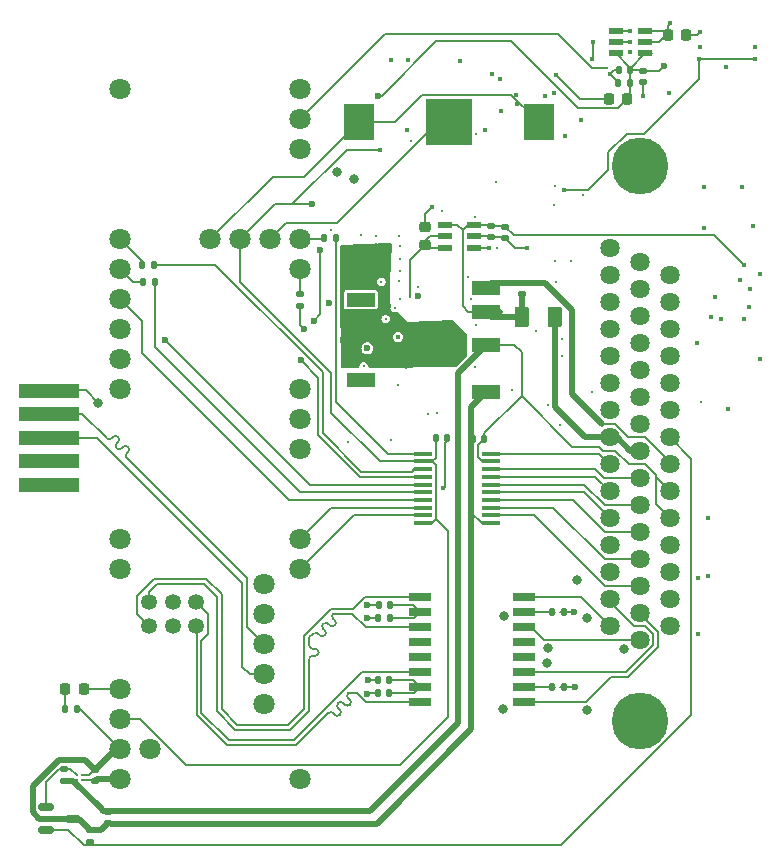
<source format=gtl>
G04 #@! TF.GenerationSoftware,KiCad,Pcbnew,7.0.11*
G04 #@! TF.CreationDate,2024-12-14T07:48:54-05:00*
G04 #@! TF.ProjectId,accessory_v2,61636365-7373-46f7-9279-5f76322e6b69,rev?*
G04 #@! TF.SameCoordinates,Original*
G04 #@! TF.FileFunction,Copper,L1,Top*
G04 #@! TF.FilePolarity,Positive*
%FSLAX46Y46*%
G04 Gerber Fmt 4.6, Leading zero omitted, Abs format (unit mm)*
G04 Created by KiCad (PCBNEW 7.0.11) date 2024-12-14 07:48:54*
%MOMM*%
%LPD*%
G01*
G04 APERTURE LIST*
G04 Aperture macros list*
%AMRoundRect*
0 Rectangle with rounded corners*
0 $1 Rounding radius*
0 $2 $3 $4 $5 $6 $7 $8 $9 X,Y pos of 4 corners*
0 Add a 4 corners polygon primitive as box body*
4,1,4,$2,$3,$4,$5,$6,$7,$8,$9,$2,$3,0*
0 Add four circle primitives for the rounded corners*
1,1,$1+$1,$2,$3*
1,1,$1+$1,$4,$5*
1,1,$1+$1,$6,$7*
1,1,$1+$1,$8,$9*
0 Add four rect primitives between the rounded corners*
20,1,$1+$1,$2,$3,$4,$5,0*
20,1,$1+$1,$4,$5,$6,$7,0*
20,1,$1+$1,$6,$7,$8,$9,0*
20,1,$1+$1,$8,$9,$2,$3,0*%
G04 Aperture macros list end*
G04 #@! TA.AperFunction,SMDPad,CuDef*
%ADD10RoundRect,0.140000X0.140000X0.170000X-0.140000X0.170000X-0.140000X-0.170000X0.140000X-0.170000X0*%
G04 #@! TD*
G04 #@! TA.AperFunction,SMDPad,CuDef*
%ADD11RoundRect,0.140000X-0.170000X0.140000X-0.170000X-0.140000X0.170000X-0.140000X0.170000X0.140000X0*%
G04 #@! TD*
G04 #@! TA.AperFunction,ComponentPad*
%ADD12C,1.638000*%
G04 #@! TD*
G04 #@! TA.AperFunction,ComponentPad*
%ADD13C,4.801000*%
G04 #@! TD*
G04 #@! TA.AperFunction,SMDPad,CuDef*
%ADD14RoundRect,0.051250X-0.733750X-0.153750X0.733750X-0.153750X0.733750X0.153750X-0.733750X0.153750X0*%
G04 #@! TD*
G04 #@! TA.AperFunction,SMDPad,CuDef*
%ADD15RoundRect,0.135000X-0.135000X-0.185000X0.135000X-0.185000X0.135000X0.185000X-0.135000X0.185000X0*%
G04 #@! TD*
G04 #@! TA.AperFunction,SMDPad,CuDef*
%ADD16R,1.200000X0.600000*%
G04 #@! TD*
G04 #@! TA.AperFunction,SMDPad,CuDef*
%ADD17R,3.960000X3.960000*%
G04 #@! TD*
G04 #@! TA.AperFunction,SMDPad,CuDef*
%ADD18R,2.540000X3.170000*%
G04 #@! TD*
G04 #@! TA.AperFunction,SMDPad,CuDef*
%ADD19RoundRect,0.135000X0.185000X-0.135000X0.185000X0.135000X-0.185000X0.135000X-0.185000X-0.135000X0*%
G04 #@! TD*
G04 #@! TA.AperFunction,SMDPad,CuDef*
%ADD20RoundRect,0.150000X-0.512500X-0.150000X0.512500X-0.150000X0.512500X0.150000X-0.512500X0.150000X0*%
G04 #@! TD*
G04 #@! TA.AperFunction,SMDPad,CuDef*
%ADD21R,2.440000X1.200000*%
G04 #@! TD*
G04 #@! TA.AperFunction,SMDPad,CuDef*
%ADD22RoundRect,0.140000X0.170000X-0.140000X0.170000X0.140000X-0.170000X0.140000X-0.170000X-0.140000X0*%
G04 #@! TD*
G04 #@! TA.AperFunction,SMDPad,CuDef*
%ADD23RoundRect,0.225000X0.225000X0.250000X-0.225000X0.250000X-0.225000X-0.250000X0.225000X-0.250000X0*%
G04 #@! TD*
G04 #@! TA.AperFunction,SMDPad,CuDef*
%ADD24RoundRect,0.218750X-0.218750X-0.256250X0.218750X-0.256250X0.218750X0.256250X-0.218750X0.256250X0*%
G04 #@! TD*
G04 #@! TA.AperFunction,SMDPad,CuDef*
%ADD25RoundRect,0.140000X-0.140000X-0.170000X0.140000X-0.170000X0.140000X0.170000X-0.140000X0.170000X0*%
G04 #@! TD*
G04 #@! TA.AperFunction,SMDPad,CuDef*
%ADD26R,1.910000X0.640000*%
G04 #@! TD*
G04 #@! TA.AperFunction,SMDPad,CuDef*
%ADD27R,5.200000X1.250000*%
G04 #@! TD*
G04 #@! TA.AperFunction,SMDPad,CuDef*
%ADD28RoundRect,0.225000X-0.225000X-0.250000X0.225000X-0.250000X0.225000X0.250000X-0.225000X0.250000X0*%
G04 #@! TD*
G04 #@! TA.AperFunction,SMDPad,CuDef*
%ADD29RoundRect,0.225000X0.250000X-0.225000X0.250000X0.225000X-0.250000X0.225000X-0.250000X-0.225000X0*%
G04 #@! TD*
G04 #@! TA.AperFunction,ComponentPad*
%ADD30C,1.800000*%
G04 #@! TD*
G04 #@! TA.AperFunction,ComponentPad*
%ADD31C,1.350000*%
G04 #@! TD*
G04 #@! TA.AperFunction,SMDPad,CuDef*
%ADD32RoundRect,0.250000X-0.375000X-0.625000X0.375000X-0.625000X0.375000X0.625000X-0.375000X0.625000X0*%
G04 #@! TD*
G04 #@! TA.AperFunction,SMDPad,CuDef*
%ADD33RoundRect,0.135000X-0.185000X0.135000X-0.185000X-0.135000X0.185000X-0.135000X0.185000X0.135000X0*%
G04 #@! TD*
G04 #@! TA.AperFunction,SMDPad,CuDef*
%ADD34C,0.230000*%
G04 #@! TD*
G04 #@! TA.AperFunction,ViaPad*
%ADD35C,0.800000*%
G04 #@! TD*
G04 #@! TA.AperFunction,ViaPad*
%ADD36C,0.600000*%
G04 #@! TD*
G04 #@! TA.AperFunction,ViaPad*
%ADD37C,0.450000*%
G04 #@! TD*
G04 #@! TA.AperFunction,ViaPad*
%ADD38C,0.300000*%
G04 #@! TD*
G04 #@! TA.AperFunction,Conductor*
%ADD39C,0.200000*%
G04 #@! TD*
G04 #@! TA.AperFunction,Conductor*
%ADD40C,0.500000*%
G04 #@! TD*
G04 #@! TA.AperFunction,Conductor*
%ADD41C,0.150000*%
G04 #@! TD*
G04 APERTURE END LIST*
D10*
X31780000Y-60410000D03*
X30820000Y-60410000D03*
D11*
X41610000Y-22010000D03*
X41610000Y-22970000D03*
D12*
X50460000Y-55869000D03*
X50460000Y-53583000D03*
X50460000Y-51297000D03*
X50460000Y-49011000D03*
X50460000Y-46725000D03*
X50460000Y-44439000D03*
X50460000Y-42153000D03*
X50460000Y-39867000D03*
X50460000Y-37581000D03*
X50460000Y-35295000D03*
X50460000Y-33009000D03*
X50460000Y-30723000D03*
X50460000Y-28437000D03*
X50460000Y-26151000D03*
X50460000Y-23865000D03*
X53000000Y-57012000D03*
X53000000Y-54726000D03*
X53000000Y-52440000D03*
X53000000Y-50154000D03*
X53000000Y-47868000D03*
X53000000Y-45582000D03*
X53000000Y-43296000D03*
X53000000Y-41010000D03*
X53000000Y-38724000D03*
X53000000Y-36438000D03*
X53000000Y-34152000D03*
X53000000Y-31866000D03*
X53000000Y-29580000D03*
X53000000Y-27294000D03*
X53000000Y-25008000D03*
X55540000Y-55869000D03*
X55540000Y-53583000D03*
X55540000Y-51297000D03*
X55540000Y-49011000D03*
X55540000Y-46725000D03*
X55540000Y-44439000D03*
X55540000Y-42153000D03*
X55540000Y-39867000D03*
X55540000Y-37581000D03*
X55540000Y-35295000D03*
X55540000Y-33009000D03*
X55540000Y-30723000D03*
X55540000Y-28437000D03*
X55540000Y-26151000D03*
D13*
X53000000Y-63895000D03*
X53000000Y-16855000D03*
D14*
X34625000Y-41255000D03*
X34625000Y-41905000D03*
X34625000Y-42555000D03*
X34625000Y-43205000D03*
X34625000Y-43855000D03*
X34625000Y-44505000D03*
X34625000Y-45155000D03*
X34625000Y-45805000D03*
X34625000Y-46455000D03*
X34625000Y-47105000D03*
X40365000Y-47105000D03*
X40365000Y-46455000D03*
X40365000Y-45805000D03*
X40365000Y-45155000D03*
X40365000Y-44505000D03*
X40365000Y-43855000D03*
X40365000Y-43205000D03*
X40365000Y-42555000D03*
X40365000Y-41905000D03*
X40365000Y-41255000D03*
D10*
X52160000Y-8780000D03*
X51200000Y-8780000D03*
X31830000Y-55170000D03*
X30870000Y-55170000D03*
D11*
X40420000Y-21980000D03*
X40420000Y-22940000D03*
D15*
X4330000Y-62870000D03*
X5350000Y-62870000D03*
D16*
X38990000Y-23790000D03*
X38990000Y-22840000D03*
X38990000Y-21890000D03*
X36490000Y-21890000D03*
X36490000Y-22840000D03*
X36490000Y-23790000D03*
D17*
X36810000Y-13190000D03*
D18*
X44430000Y-13190000D03*
X29190000Y-13190000D03*
D19*
X6480000Y-74150000D03*
X6480000Y-73130000D03*
D11*
X6870000Y-68000000D03*
X6870000Y-68960000D03*
D20*
X2715000Y-71200000D03*
X2715000Y-73100000D03*
X4990000Y-72150000D03*
D15*
X10890000Y-26720000D03*
X11910000Y-26720000D03*
D21*
X40010000Y-27210000D03*
X40010000Y-29210000D03*
X40010000Y-32010000D03*
X40010000Y-36010000D03*
X29370000Y-28210000D03*
X29370000Y-35010000D03*
D15*
X45520000Y-54660000D03*
X46540000Y-54660000D03*
D22*
X7950000Y-72550000D03*
X7950000Y-71590000D03*
D16*
X50950000Y-5450000D03*
X50950000Y-6400000D03*
X50950000Y-7350000D03*
X53450000Y-7350000D03*
X53450000Y-6400000D03*
X53450000Y-5450000D03*
D23*
X51925000Y-11220000D03*
X50375000Y-11220000D03*
D22*
X42980000Y-27750000D03*
X42980000Y-26790000D03*
D24*
X4362500Y-61170000D03*
X5937500Y-61170000D03*
D10*
X39830000Y-39980000D03*
X38870000Y-39980000D03*
D25*
X35710000Y-39890000D03*
X36670000Y-39890000D03*
D15*
X26270000Y-22960000D03*
X27290000Y-22960000D03*
X45520000Y-60960000D03*
X46540000Y-60960000D03*
D10*
X52130000Y-9880000D03*
X51170000Y-9880000D03*
D26*
X34385000Y-53395000D03*
X34385000Y-54665000D03*
X34385000Y-55935000D03*
X34385000Y-57205000D03*
X34385000Y-58475000D03*
X34385000Y-59745000D03*
X34385000Y-61015000D03*
X34385000Y-62285000D03*
X43155000Y-62285000D03*
X43155000Y-61015000D03*
X43155000Y-59745000D03*
X43155000Y-58475000D03*
X43155000Y-57205000D03*
X43155000Y-55935000D03*
X43155000Y-54665000D03*
X43155000Y-53395000D03*
D27*
X3000000Y-35975000D03*
X3000000Y-37875000D03*
X3000000Y-39875000D03*
X3000000Y-41875000D03*
X3000000Y-43875000D03*
D11*
X53230000Y-8850000D03*
X53230000Y-9810000D03*
D28*
X55355000Y-5790000D03*
X56905000Y-5790000D03*
D15*
X10850000Y-25270000D03*
X11870000Y-25270000D03*
D29*
X34800000Y-23595000D03*
X34800000Y-22045000D03*
D10*
X31790000Y-61540000D03*
X30830000Y-61540000D03*
X31840000Y-54090000D03*
X30880000Y-54090000D03*
D30*
X8980000Y-63720000D03*
X19140000Y-23080000D03*
X21170000Y-62450000D03*
X24220000Y-51020000D03*
X24220000Y-48480000D03*
X24220000Y-40860000D03*
X24220000Y-38320000D03*
X24220000Y-35780000D03*
X8980000Y-35780000D03*
X8980000Y-48480000D03*
X8980000Y-51020000D03*
X8980000Y-61180000D03*
X24220000Y-25620000D03*
X24220000Y-23080000D03*
X24220000Y-15460000D03*
X24220000Y-12920000D03*
X24220000Y-10380000D03*
X8980000Y-10380000D03*
X8980000Y-23080000D03*
X8980000Y-25620000D03*
X8980000Y-28160000D03*
X8980000Y-30700000D03*
X21170000Y-57370000D03*
X21170000Y-59910000D03*
X24220000Y-68800000D03*
X8980000Y-33240000D03*
X8980000Y-66260000D03*
X16600000Y-23080000D03*
D31*
X13430000Y-53830000D03*
X13430000Y-55830000D03*
X11430000Y-55830000D03*
X11430000Y-53830000D03*
X15430000Y-53830000D03*
X15430000Y-55830000D03*
D30*
X21170000Y-54830000D03*
X21170000Y-52290000D03*
X21680000Y-23080000D03*
X8980000Y-68800000D03*
X11520000Y-66260000D03*
D19*
X4230000Y-68920000D03*
X4230000Y-67900000D03*
D32*
X42990000Y-29630000D03*
X45790000Y-29630000D03*
D33*
X24240000Y-27740000D03*
X24240000Y-28760000D03*
D34*
X5760000Y-68890002D03*
X5359998Y-68890002D03*
X5760000Y-68490000D03*
X5359998Y-68490000D03*
D35*
X51670000Y-57750000D03*
X45110000Y-59000000D03*
X48520000Y-55130000D03*
X47680000Y-51920000D03*
X41480000Y-54970000D03*
X48530000Y-62980000D03*
X41440000Y-62870000D03*
X45190000Y-57720000D03*
D36*
X30840000Y-10940000D03*
D37*
X57895000Y-51810000D03*
X57895000Y-56530000D03*
D36*
X55050000Y-8405000D03*
D35*
X7150000Y-36960000D03*
D38*
X32230000Y-28910000D03*
X33560000Y-28000000D03*
D37*
X32520000Y-31350000D03*
X61840000Y-25270000D03*
D38*
X30660000Y-23520000D03*
X36270000Y-20720000D03*
X47210000Y-24950000D03*
D36*
X29890000Y-55170000D03*
D38*
X38440000Y-26270000D03*
X32620000Y-26630000D03*
D37*
X42590000Y-11620000D03*
X58100000Y-5520000D03*
D38*
X46440000Y-32950000D03*
D37*
X40220000Y-23820000D03*
D38*
X48910000Y-36060000D03*
D37*
X53240000Y-10920000D03*
D38*
X48170000Y-19350000D03*
D37*
X62600000Y-21940000D03*
D38*
X39160000Y-14140000D03*
D37*
X33300000Y-13840000D03*
X60500000Y-37430000D03*
D38*
X29400000Y-23790000D03*
D37*
X58390000Y-22100000D03*
D38*
X39120000Y-30370000D03*
D37*
X52160000Y-6430000D03*
X52140000Y-5470000D03*
X63170000Y-26020000D03*
D38*
X45900000Y-26680000D03*
D37*
X59860000Y-29850000D03*
D38*
X46420000Y-31510000D03*
D37*
X35430000Y-20340000D03*
X42550000Y-10870000D03*
X59030000Y-29670000D03*
D38*
X35100000Y-37910000D03*
X29230000Y-25880000D03*
X28870000Y-32790000D03*
D36*
X27890000Y-31640000D03*
D38*
X28270000Y-40280000D03*
D37*
X41158404Y-9533598D03*
D36*
X29890000Y-54090000D03*
X29950000Y-60410000D03*
D38*
X29400000Y-24820000D03*
X32670000Y-23650000D03*
D37*
X61835000Y-29840000D03*
X31970000Y-7930000D03*
D38*
X30660000Y-22820000D03*
D36*
X29930000Y-61560000D03*
D38*
X31890000Y-40110000D03*
X40830000Y-18240000D03*
D37*
X58070000Y-6780000D03*
D38*
X46280000Y-38800000D03*
D36*
X34250000Y-27880000D03*
D37*
X62750000Y-6810000D03*
X36335000Y-44185000D03*
X52140000Y-7240000D03*
X45940000Y-9205000D03*
X50490000Y-9120000D03*
D38*
X42150000Y-35840000D03*
X32690000Y-24750000D03*
D37*
X41220000Y-12230000D03*
D38*
X40920000Y-23800000D03*
D37*
X40470000Y-9085000D03*
D38*
X32720000Y-25760000D03*
D36*
X26670000Y-28510000D03*
D37*
X63150000Y-33200000D03*
D38*
X58140000Y-36880000D03*
D37*
X61480000Y-26500000D03*
D38*
X32630000Y-22790000D03*
D37*
X37800000Y-8035000D03*
D35*
X27370000Y-17420000D03*
D37*
X33390000Y-7940000D03*
X45720000Y-10668000D03*
D38*
X45720000Y-20190000D03*
D37*
X60260000Y-8540000D03*
D38*
X30660000Y-24250000D03*
X33190000Y-34000000D03*
D37*
X43440000Y-23790000D03*
D36*
X47420000Y-54660000D03*
D37*
X39900000Y-13870000D03*
D35*
X28810000Y-18020000D03*
D37*
X57810000Y-31850000D03*
X55496232Y-10666232D03*
X59390000Y-27940000D03*
D36*
X47480000Y-61000000D03*
D38*
X26890000Y-22270000D03*
X29380000Y-22700000D03*
X30190000Y-25900000D03*
D36*
X29950000Y-31030000D03*
D37*
X44958000Y-10922000D03*
D38*
X34220000Y-27100000D03*
X37550000Y-33210000D03*
D37*
X55570000Y-4800000D03*
D38*
X31470000Y-29840000D03*
D37*
X48958768Y-7841232D03*
X58730000Y-51630000D03*
X48006000Y-12954000D03*
X58780000Y-46680000D03*
X49022000Y-6350000D03*
X30988000Y-15494000D03*
D36*
X25250000Y-20090000D03*
D37*
X58470000Y-18690000D03*
X61610000Y-18680000D03*
X46640000Y-14375000D03*
D38*
X39000000Y-21200000D03*
X45820000Y-24970000D03*
D37*
X62320000Y-27320000D03*
D38*
X45180000Y-37160000D03*
D37*
X58040000Y-7810000D03*
D36*
X29924000Y-32330000D03*
D38*
X29620000Y-33830000D03*
D37*
X62220000Y-28860000D03*
X62740000Y-7820000D03*
D38*
X45790000Y-18580000D03*
X44190000Y-30830000D03*
X32480000Y-35430000D03*
X35830000Y-37760000D03*
X39050000Y-33940000D03*
D37*
X46540000Y-18880000D03*
D38*
X38680000Y-28170000D03*
D36*
X12830000Y-31620000D03*
X25430000Y-29980000D03*
X25940000Y-24000000D03*
D38*
X33640000Y-14730000D03*
X31120000Y-26670000D03*
D36*
X24280000Y-33350000D03*
X24540000Y-30670000D03*
D38*
X50180000Y-8560000D03*
X32675000Y-28175000D03*
D39*
X35752463Y-6320000D02*
X31132463Y-10940000D01*
X39830000Y-39980000D02*
X39830000Y-39520000D01*
X53415505Y-42129000D02*
X52049000Y-42129000D01*
X54350000Y-43063495D02*
X53415505Y-42129000D01*
X39629336Y-41905000D02*
X40365000Y-41905000D01*
D40*
X37580000Y-34440000D02*
X37580000Y-64040000D01*
D39*
X49879000Y-40986000D02*
X49533000Y-40640000D01*
X52160000Y-8780000D02*
X52160000Y-8640000D01*
X54350000Y-43249000D02*
X54350000Y-43063495D01*
X52049000Y-42129000D02*
X50906000Y-40986000D01*
X52130000Y-8810000D02*
X52160000Y-8780000D01*
X42114463Y-6320000D02*
X35752463Y-6320000D01*
X39830000Y-39520000D02*
X43000000Y-36350000D01*
D40*
X4990967Y-68920000D02*
X4230000Y-68920000D01*
D39*
X42340000Y-32010000D02*
X40010000Y-32010000D01*
X49533000Y-40640000D02*
X47290000Y-40640000D01*
X55540000Y-44439000D02*
X54350000Y-43249000D01*
X47789463Y-11995000D02*
X42114463Y-6320000D01*
D40*
X40010000Y-32010000D02*
X37580000Y-34440000D01*
D39*
X39830000Y-39980000D02*
X39280000Y-40530000D01*
D40*
X37580000Y-64040000D02*
X30140000Y-71480000D01*
D39*
X54350000Y-45535000D02*
X55540000Y-46725000D01*
X43000000Y-36350000D02*
X43000000Y-32670000D01*
X31132463Y-10940000D02*
X30840000Y-10940000D01*
X55050000Y-8405000D02*
X54895735Y-8250735D01*
X50906000Y-40986000D02*
X49879000Y-40986000D01*
X54605000Y-8850000D02*
X55050000Y-8405000D01*
X43000000Y-32670000D02*
X42340000Y-32010000D01*
X53160000Y-8780000D02*
X53230000Y-8850000D01*
X52160000Y-8560000D02*
X50950000Y-7350000D01*
X52130000Y-9880000D02*
X52130000Y-11520000D01*
X52160000Y-8640000D02*
X53450000Y-7350000D01*
X51150000Y-11995000D02*
X47789463Y-11995000D01*
D40*
X7540000Y-71480000D02*
X7340000Y-71280000D01*
X7340000Y-71280000D02*
X7340000Y-71269033D01*
D39*
X54350000Y-43249000D02*
X54350000Y-45535000D01*
X52130000Y-9880000D02*
X52130000Y-8810000D01*
X53995000Y-7350000D02*
X53450000Y-7350000D01*
X52160000Y-8780000D02*
X52160000Y-8560000D01*
X39280000Y-41555664D02*
X39629336Y-41905000D01*
D40*
X7340000Y-71269033D02*
X4990967Y-68920000D01*
D39*
X47290000Y-40640000D02*
X43000000Y-36350000D01*
X53230000Y-8850000D02*
X54605000Y-8850000D01*
X39280000Y-40530000D02*
X39280000Y-41555664D01*
D40*
X30140000Y-71480000D02*
X7540000Y-71480000D01*
D39*
X52160000Y-8780000D02*
X53160000Y-8780000D01*
X51925000Y-11220000D02*
X51150000Y-11995000D01*
X36810000Y-13190000D02*
X35880000Y-13190000D01*
X35880000Y-13190000D02*
X27330000Y-21740000D01*
X23020000Y-21740000D02*
X21680000Y-23080000D01*
X27330000Y-21740000D02*
X23020000Y-21740000D01*
X7150000Y-36960000D02*
X6065000Y-35875000D01*
X6065000Y-35875000D02*
X3000000Y-35875000D01*
X35210000Y-22840000D02*
X36490000Y-22840000D01*
X34800000Y-23250000D02*
X35210000Y-22840000D01*
X34800000Y-23595000D02*
X34800000Y-23250000D01*
X34995000Y-23790000D02*
X34800000Y-23595000D01*
X33560000Y-24835000D02*
X33560000Y-28000000D01*
X34800000Y-23595000D02*
X33560000Y-24835000D01*
X36490000Y-23790000D02*
X34995000Y-23790000D01*
X33860000Y-61540000D02*
X34385000Y-61015000D01*
X31780000Y-60410000D02*
X33780000Y-60410000D01*
X33780000Y-60410000D02*
X34385000Y-61015000D01*
X31790000Y-61540000D02*
X33860000Y-61540000D01*
X31830000Y-55170000D02*
X33880000Y-55170000D01*
X31840000Y-54090000D02*
X33810000Y-54090000D01*
X33810000Y-54090000D02*
X34385000Y-54665000D01*
X33880000Y-55170000D02*
X34385000Y-54665000D01*
X4362500Y-61170000D02*
X4362500Y-62837500D01*
X4362500Y-62837500D02*
X4330000Y-62870000D01*
X5947500Y-61180000D02*
X5937500Y-61170000D01*
X8980000Y-61180000D02*
X5947500Y-61180000D01*
X40010000Y-29210000D02*
X38440000Y-29210000D01*
D40*
X42990000Y-29630000D02*
X40430000Y-29630000D01*
D39*
X37986000Y-22344000D02*
X37532000Y-21890000D01*
X40420000Y-21980000D02*
X41580000Y-21980000D01*
D40*
X42990000Y-29630000D02*
X42990000Y-27790000D01*
D39*
X59316000Y-22746000D02*
X42346000Y-22746000D01*
D40*
X41170000Y-29210000D02*
X40010000Y-29210000D01*
D39*
X37986000Y-22344000D02*
X38440000Y-21890000D01*
X61840000Y-25270000D02*
X59316000Y-22746000D01*
X38440000Y-21890000D02*
X38990000Y-21890000D01*
X37532000Y-21890000D02*
X36490000Y-21890000D01*
X40330000Y-21890000D02*
X40420000Y-21980000D01*
X38440000Y-29210000D02*
X37986000Y-28756000D01*
X42346000Y-22746000D02*
X41610000Y-22010000D01*
X41580000Y-21980000D02*
X41610000Y-22010000D01*
D40*
X40430000Y-29630000D02*
X40010000Y-29210000D01*
D39*
X42980000Y-27780000D02*
X42990000Y-27790000D01*
X37986000Y-28756000D02*
X37986000Y-22344000D01*
X38990000Y-21890000D02*
X40330000Y-21890000D01*
D40*
X6050000Y-67180000D02*
X3798944Y-67180000D01*
D41*
X6380000Y-68490000D02*
X6870000Y-68000000D01*
D39*
X46280000Y-60960000D02*
X47440000Y-60960000D01*
X40420000Y-22940000D02*
X41580000Y-22940000D01*
X29950000Y-61540000D02*
X30830000Y-61540000D01*
X40190000Y-23790000D02*
X40220000Y-23820000D01*
X29190000Y-13190000D02*
X32250000Y-13190000D01*
X45940000Y-9205000D02*
X47955000Y-11220000D01*
D40*
X4990000Y-72150000D02*
X5500000Y-72150000D01*
D39*
X51170000Y-9880000D02*
X51170000Y-9800000D01*
X5350000Y-62870000D02*
X5590000Y-62870000D01*
X50950000Y-6400000D02*
X52130000Y-6400000D01*
D40*
X5500000Y-72150000D02*
X6480000Y-73130000D01*
D39*
X50830000Y-8780000D02*
X50490000Y-9120000D01*
X42110000Y-10870000D02*
X44430000Y-13190000D01*
X29930000Y-61560000D02*
X29950000Y-61540000D01*
D40*
X1602500Y-69376444D02*
X1602500Y-71612500D01*
X8980000Y-66260000D02*
X8610000Y-66260000D01*
D39*
X57830000Y-5790000D02*
X58100000Y-5520000D01*
X42430000Y-23790000D02*
X43440000Y-23790000D01*
X46280000Y-54660000D02*
X47420000Y-54660000D01*
X47955000Y-11220000D02*
X50375000Y-11220000D01*
X32250000Y-13190000D02*
X34570000Y-10870000D01*
X53230000Y-9810000D02*
X53230000Y-10910000D01*
X21900000Y-17780000D02*
X16600000Y-23080000D01*
X52120000Y-5450000D02*
X52140000Y-5470000D01*
X29890000Y-54090000D02*
X30880000Y-54090000D01*
D40*
X30720000Y-72570000D02*
X8260000Y-72570000D01*
D39*
X51200000Y-8780000D02*
X50830000Y-8780000D01*
D40*
X1602500Y-71612500D02*
X2140000Y-72150000D01*
D39*
X36680000Y-40090000D02*
X36470000Y-40300000D01*
D40*
X3798944Y-67180000D02*
X1602500Y-69376444D01*
D39*
X38990000Y-22840000D02*
X40320000Y-22840000D01*
X40320000Y-22840000D02*
X40420000Y-22940000D01*
X53230000Y-10910000D02*
X53240000Y-10920000D01*
X36470000Y-40300000D02*
X36470000Y-44050000D01*
D40*
X2140000Y-72150000D02*
X4990000Y-72150000D01*
D39*
X41580000Y-22940000D02*
X41610000Y-22970000D01*
X36470000Y-44050000D02*
X36335000Y-44185000D01*
X34800000Y-22045000D02*
X34800000Y-20970000D01*
D40*
X6480000Y-73130000D02*
X7370000Y-73130000D01*
X38730000Y-64560000D02*
X30720000Y-72570000D01*
D39*
X5590000Y-62870000D02*
X8980000Y-66260000D01*
D40*
X38730000Y-37290000D02*
X38730000Y-64560000D01*
D39*
X34800000Y-20970000D02*
X35430000Y-20340000D01*
X52130000Y-6400000D02*
X52160000Y-6430000D01*
X24600000Y-17780000D02*
X21900000Y-17780000D01*
X41610000Y-22970000D02*
X42430000Y-23790000D01*
D40*
X6870000Y-68000000D02*
X6050000Y-67180000D01*
D39*
X50950000Y-5450000D02*
X52120000Y-5450000D01*
X29950000Y-60410000D02*
X30820000Y-60410000D01*
X40365000Y-47105000D02*
X39595000Y-47105000D01*
X56905000Y-5790000D02*
X57830000Y-5790000D01*
D40*
X8610000Y-66260000D02*
X6870000Y-68000000D01*
D39*
X29890000Y-55170000D02*
X30870000Y-55170000D01*
X34570000Y-10870000D02*
X42110000Y-10870000D01*
X29190000Y-13190000D02*
X24600000Y-17780000D01*
X51170000Y-9800000D02*
X50490000Y-9120000D01*
X38990000Y-23790000D02*
X40190000Y-23790000D01*
D40*
X40010000Y-36010000D02*
X38730000Y-37290000D01*
X7370000Y-73130000D02*
X7950000Y-72550000D01*
D39*
X39595000Y-47105000D02*
X38730000Y-46240000D01*
X47440000Y-60960000D02*
X47480000Y-61000000D01*
D41*
X5760000Y-68490000D02*
X6380000Y-68490000D01*
D39*
X55355000Y-5015000D02*
X55570000Y-4800000D01*
X55240000Y-5790000D02*
X55355000Y-5790000D01*
X54610000Y-6400000D02*
X54620000Y-6410000D01*
X54620000Y-6410000D02*
X55240000Y-5790000D01*
X55355000Y-5790000D02*
X55355000Y-5015000D01*
X55015000Y-5450000D02*
X55355000Y-5790000D01*
X53450000Y-6400000D02*
X54610000Y-6400000D01*
X53450000Y-5450000D02*
X55015000Y-5450000D01*
X31025000Y-41905000D02*
X31020000Y-41900000D01*
X14547057Y-67590000D02*
X10677057Y-63720000D01*
X25260000Y-20090000D02*
X25250000Y-20090000D01*
X35710000Y-42205001D02*
X35409999Y-41905000D01*
X36720000Y-47814999D02*
X36720000Y-63550000D01*
X23588000Y-20100000D02*
X22120000Y-20100000D01*
X26890000Y-37770000D02*
X26890000Y-34450000D01*
X34625000Y-41905000D02*
X31025000Y-41905000D01*
X35710000Y-46804999D02*
X36720000Y-47814999D01*
X34625000Y-47105000D02*
X35409999Y-47105000D01*
X10677057Y-63720000D02*
X8980000Y-63720000D01*
X35409999Y-47105000D02*
X35710000Y-46804999D01*
X19140000Y-26700000D02*
X19140000Y-23080000D01*
X22120000Y-20100000D02*
X19140000Y-23080000D01*
X35720000Y-41594999D02*
X35720000Y-40090000D01*
X49022000Y-7778000D02*
X48958768Y-7841232D01*
X36720000Y-63550000D02*
X32680000Y-67590000D01*
X25270000Y-20100000D02*
X22120000Y-20100000D01*
X28194000Y-15494000D02*
X23588000Y-20100000D01*
X32680000Y-67590000D02*
X14547057Y-67590000D01*
X26890000Y-34450000D02*
X19140000Y-26700000D01*
X30988000Y-15494000D02*
X28194000Y-15494000D01*
X49022000Y-6350000D02*
X49022000Y-7778000D01*
X31020000Y-41900000D02*
X26890000Y-37770000D01*
X35409999Y-41905000D02*
X35720000Y-41594999D01*
X35409999Y-41905000D02*
X34625000Y-41905000D01*
X25270000Y-20100000D02*
X25260000Y-20090000D01*
X35710000Y-46804999D02*
X35710000Y-42205001D01*
X51881416Y-14154500D02*
X50299500Y-15736416D01*
X53375500Y-14154500D02*
X51881416Y-14154500D01*
X50299500Y-17230500D02*
X48650000Y-18880000D01*
X48650000Y-18880000D02*
X46540000Y-18880000D01*
X50299500Y-15736416D02*
X50299500Y-17230500D01*
X58050000Y-7820000D02*
X58040000Y-7810000D01*
X58040000Y-9490000D02*
X53375500Y-14154500D01*
X62740000Y-7820000D02*
X58050000Y-7820000D01*
X58040000Y-7810000D02*
X58040000Y-9490000D01*
D41*
X6800002Y-68890002D02*
X6870000Y-68960000D01*
X5760000Y-68890002D02*
X6800002Y-68890002D01*
D40*
X8980000Y-68800000D02*
X7030000Y-68800000D01*
X7030000Y-68800000D02*
X6870000Y-68960000D01*
D39*
X10850000Y-24950001D02*
X10850000Y-25270000D01*
X8980000Y-23080000D02*
X10850000Y-24950001D01*
X25065000Y-43855000D02*
X12830000Y-31620000D01*
X34625000Y-43855000D02*
X25065000Y-43855000D01*
X23320000Y-45180000D02*
X10830000Y-32690000D01*
X10830000Y-32690000D02*
X10830000Y-30010000D01*
X34600000Y-45180000D02*
X23320000Y-45180000D01*
X34625000Y-45155000D02*
X34600000Y-45180000D01*
X10830000Y-30010000D02*
X8980000Y-28160000D01*
X25960000Y-29450000D02*
X25430000Y-29980000D01*
X25960000Y-24020000D02*
X25960000Y-29450000D01*
X25940000Y-24000000D02*
X25960000Y-24020000D01*
X8396185Y-39833962D02*
X8289705Y-39940441D01*
X9244701Y-40682504D02*
X9138234Y-40788970D01*
X5800000Y-37875000D02*
X3000000Y-37875000D01*
X8713970Y-40364706D02*
X8713971Y-40364706D01*
X19730000Y-51805000D02*
X9562500Y-41637500D01*
X21170000Y-57370000D02*
X19730000Y-55930000D01*
X9562499Y-41213235D02*
X9562500Y-41213235D01*
X8713971Y-40364706D02*
X8820450Y-40258226D01*
X7865441Y-39940441D02*
X7865442Y-39940442D01*
X8396185Y-39833961D02*
X8396185Y-39833962D01*
X19730000Y-55930000D02*
X19730000Y-51805000D01*
X7865442Y-39940442D02*
X5800000Y-37875000D01*
X8713970Y-40788970D02*
X8713971Y-40788971D01*
X9244701Y-40682503D02*
X9244701Y-40682504D01*
X9562500Y-41213235D02*
X9668966Y-41106768D01*
X8713971Y-40788969D02*
G75*
G03*
X9138233Y-40788969I212131J212131D01*
G01*
X8820432Y-39833980D02*
G75*
G03*
X8396186Y-39833962I-212132J-212120D01*
G01*
X8713972Y-40364708D02*
G75*
G03*
X8713971Y-40788971I212128J-212132D01*
G01*
X9668932Y-40682538D02*
G75*
G03*
X9244702Y-40682504I-212132J-212062D01*
G01*
X8820455Y-40258231D02*
G75*
G03*
X8820449Y-39833963I-212155J212131D01*
G01*
X7865442Y-39940440D02*
G75*
G03*
X8289704Y-39940440I212131J212131D01*
G01*
X9668970Y-41106772D02*
G75*
G03*
X9668966Y-40682504I-212140J212132D01*
G01*
X9562502Y-41213238D02*
G75*
G03*
X9562500Y-41637500I212128J-212132D01*
G01*
X21170000Y-59910000D02*
X19950000Y-59910000D01*
X19330000Y-52180000D02*
X7025000Y-39875000D01*
X19950000Y-59910000D02*
X19330000Y-59290000D01*
X7025000Y-39875000D02*
X3000000Y-39875000D01*
X19330000Y-59290000D02*
X19330000Y-52180000D01*
X43790000Y-55935000D02*
X44867000Y-57012000D01*
X43155000Y-55935000D02*
X43790000Y-55935000D01*
X44867000Y-57012000D02*
X53000000Y-57012000D01*
X47986000Y-53395000D02*
X50460000Y-55869000D01*
X43155000Y-53395000D02*
X47986000Y-53395000D01*
X53000000Y-54726000D02*
X53000000Y-54854315D01*
X53590686Y-55445000D02*
X54519000Y-56373315D01*
X54519000Y-57641191D02*
X52015190Y-60145000D01*
X54519000Y-56373315D02*
X54519000Y-57641191D01*
X53000000Y-54854315D02*
X52555748Y-55298567D01*
X53590686Y-55316686D02*
X53000000Y-54726000D01*
X50585000Y-60145000D02*
X48480000Y-62250000D01*
X53590686Y-55445000D02*
X53590686Y-55316686D01*
X52015190Y-60145000D02*
X50585000Y-60145000D01*
X48480000Y-62250000D02*
X43190000Y-62250000D01*
X43190000Y-62250000D02*
X43155000Y-62285000D01*
X54119000Y-56539000D02*
X53425000Y-55845000D01*
X54119000Y-57475505D02*
X54119000Y-56539000D01*
X53425000Y-55845000D02*
X52536495Y-55845000D01*
X52536495Y-55845000D02*
X50460000Y-53768505D01*
X50460000Y-53768505D02*
X50460000Y-53583000D01*
X51849505Y-59745000D02*
X54119000Y-57475505D01*
X43155000Y-59745000D02*
X51849505Y-59745000D01*
X45725000Y-61015000D02*
X45780000Y-60960000D01*
X43155000Y-61015000D02*
X45725000Y-61015000D01*
X43155000Y-54665000D02*
X45775000Y-54665000D01*
X45775000Y-54665000D02*
X45780000Y-54660000D01*
X26860000Y-54380000D02*
X28751471Y-54380000D01*
X23230000Y-64210000D02*
X24600000Y-62840000D01*
X24600000Y-62840000D02*
X24600000Y-56640000D01*
X28751471Y-54380000D02*
X29736471Y-53395000D01*
X11870000Y-51840000D02*
X16290000Y-51840000D01*
X18910000Y-64210000D02*
X23230000Y-64210000D01*
X17600000Y-62900000D02*
X18910000Y-64210000D01*
X29736471Y-53395000D02*
X34385000Y-53395000D01*
X24600000Y-56640000D02*
X26860000Y-54380000D01*
X10455000Y-54855000D02*
X10455000Y-53255000D01*
X11430000Y-55830000D02*
X10455000Y-54855000D01*
X16290000Y-51840000D02*
X17600000Y-53150000D01*
X17600000Y-53150000D02*
X17600000Y-62900000D01*
X10455000Y-53255000D02*
X11870000Y-51840000D01*
X25000000Y-63005685D02*
X23385686Y-64620000D01*
X26177155Y-56052796D02*
X26322680Y-56198321D01*
X34385000Y-55935000D02*
X29806471Y-55935000D01*
X27025685Y-55204266D02*
X27171197Y-55349778D01*
X26177156Y-56052796D02*
X26177155Y-56052796D01*
X27171198Y-55774042D02*
X27171197Y-55774044D01*
X25328627Y-56477060D02*
X25000000Y-56805686D01*
X11430000Y-52920000D02*
X11430000Y-53830000D01*
X27025686Y-55204266D02*
X27025685Y-55204266D01*
X25000000Y-60505686D02*
X25000000Y-63005685D01*
X25000000Y-56805686D02*
X25000000Y-57455686D01*
X25000000Y-58655686D02*
X25000000Y-60505686D01*
X26177158Y-55628532D02*
X26177156Y-55628530D01*
X18754314Y-64620000D02*
X17200000Y-63065685D01*
X12110000Y-52240000D02*
X11430000Y-52920000D01*
X17200000Y-53350000D02*
X16090000Y-52240000D01*
X26177157Y-55628532D02*
X26177158Y-55628532D01*
X25898417Y-56622585D02*
X25752893Y-56477061D01*
X28651471Y-54780000D02*
X27025686Y-54780000D01*
X26746933Y-55774044D02*
X26601422Y-55628533D01*
X27171198Y-55774043D02*
X27171198Y-55774042D01*
X26322680Y-56622585D02*
X26322681Y-56622585D01*
X25328629Y-56477061D02*
X25328627Y-56477060D01*
X17200000Y-63065685D02*
X17200000Y-53350000D01*
X25505810Y-58355686D02*
X25300000Y-58355686D01*
X23385686Y-64620000D02*
X18754314Y-64620000D01*
X29806471Y-55935000D02*
X28651471Y-54780000D01*
X25300000Y-57755686D02*
X25505810Y-57755686D01*
X16090000Y-52240000D02*
X12110000Y-52240000D01*
X27171187Y-55774032D02*
G75*
G03*
X27171197Y-55349778I-212087J212132D01*
G01*
X26746934Y-55774043D02*
G75*
G03*
X27171196Y-55774043I212131J212131D01*
G01*
X26177194Y-55628568D02*
G75*
G03*
X26177157Y-56052795I212106J-212132D01*
G01*
X25805814Y-58055686D02*
G75*
G03*
X25505810Y-57755686I-300014J-14D01*
G01*
X25505810Y-58355710D02*
G75*
G03*
X25805810Y-58055686I-10J300010D01*
G01*
X27025653Y-54779967D02*
G75*
G03*
X27025686Y-55204266I212147J-212133D01*
G01*
X25300000Y-58355700D02*
G75*
G03*
X25000000Y-58655686I0J-300000D01*
G01*
X25000014Y-57455686D02*
G75*
G03*
X25300000Y-57755686I299986J-14D01*
G01*
X26601433Y-55628522D02*
G75*
G03*
X26177157Y-55628532I-212133J-212178D01*
G01*
X25752892Y-56477062D02*
G75*
G03*
X25328630Y-56477062I-212131J-212131D01*
G01*
X25898418Y-56622584D02*
G75*
G03*
X26322680Y-56622584I212131J212131D01*
G01*
X26322727Y-56622632D02*
G75*
G03*
X26322680Y-56198321I-212227J212132D01*
G01*
X15880000Y-63170000D02*
X18200000Y-65490000D01*
X15880000Y-57070000D02*
X15880000Y-63170000D01*
X16405000Y-54805000D02*
X16405000Y-56545000D01*
X16405000Y-56545000D02*
X15880000Y-57070000D01*
X23754314Y-65490000D02*
X29499314Y-59745000D01*
X18200000Y-65490000D02*
X23754314Y-65490000D01*
X29499314Y-59745000D02*
X34385000Y-59745000D01*
X15430000Y-53830000D02*
X16405000Y-54805000D01*
X27174134Y-63353988D02*
X27027207Y-63207061D01*
X26602941Y-63207060D02*
X23920000Y-65890000D01*
X18034315Y-65890000D02*
X15480000Y-63335686D01*
X28022664Y-62505458D02*
X27875737Y-62358531D01*
X28299999Y-61934266D02*
X28446927Y-62081194D01*
X27598397Y-63353988D02*
X27598398Y-63353988D01*
X34385000Y-62285000D02*
X29806471Y-62285000D01*
X27451469Y-62782796D02*
X27598397Y-62929724D01*
X26602943Y-63207061D02*
X26602941Y-63207060D01*
X27451470Y-62782796D02*
X27451469Y-62782796D01*
X15480000Y-63335686D02*
X15480000Y-55880000D01*
X23920000Y-65890000D02*
X18034315Y-65890000D01*
X15480000Y-55880000D02*
X15430000Y-55830000D01*
X27451471Y-62358530D02*
X27451470Y-62358530D01*
X29806471Y-62285000D02*
X29031471Y-61510000D01*
X28300000Y-61934266D02*
X28299999Y-61934266D01*
X28446927Y-62505458D02*
X28446928Y-62505458D01*
X29031471Y-61510000D02*
X28300000Y-61510000D01*
X27451473Y-62358531D02*
X27451471Y-62358530D01*
X28299967Y-61509967D02*
G75*
G03*
X28300000Y-61934266I212133J-212133D01*
G01*
X27598441Y-63354032D02*
G75*
G03*
X27598397Y-62929724I-212141J212132D01*
G01*
X27451507Y-62358567D02*
G75*
G03*
X27451470Y-62782796I212093J-212133D01*
G01*
X28022665Y-62505457D02*
G75*
G03*
X28446927Y-62505457I212131J212131D01*
G01*
X27027206Y-63207062D02*
G75*
G03*
X26602944Y-63207062I-212131J-212131D01*
G01*
X27875736Y-62358532D02*
G75*
G03*
X27451474Y-62358532I-212131J-212131D01*
G01*
X27174135Y-63353987D02*
G75*
G03*
X27598397Y-63353987I212131J212131D01*
G01*
X28446901Y-62505432D02*
G75*
G03*
X28446927Y-62081194I-212101J212132D01*
G01*
X26150000Y-23080000D02*
X26270000Y-22960000D01*
X24440000Y-23300000D02*
X24220000Y-23080000D01*
X24220000Y-23080000D02*
X26150000Y-23080000D01*
X24220000Y-25620000D02*
X24220000Y-27720000D01*
X24260000Y-25580000D02*
X24220000Y-25620000D01*
X24220000Y-27720000D02*
X24240000Y-27740000D01*
X10080000Y-26720000D02*
X10890000Y-26720000D01*
X8980000Y-25620000D02*
X10080000Y-26720000D01*
X28805000Y-46455000D02*
X24240000Y-51020000D01*
X34625000Y-46455000D02*
X28805000Y-46455000D01*
X24240000Y-51020000D02*
X24220000Y-51020000D01*
X26865000Y-45805000D02*
X24220000Y-48450000D01*
X34625000Y-45805000D02*
X26865000Y-45805000D01*
X24220000Y-48450000D02*
X24220000Y-48480000D01*
X40365000Y-44505000D02*
X48240000Y-44505000D01*
X48240000Y-44505000D02*
X50460000Y-46725000D01*
X49226000Y-43205000D02*
X50460000Y-44439000D01*
X40365000Y-43205000D02*
X49226000Y-43205000D01*
X40365000Y-41255000D02*
X49562000Y-41255000D01*
X49562000Y-41255000D02*
X50460000Y-42153000D01*
X40365000Y-46455000D02*
X44035495Y-46455000D01*
X44035495Y-46455000D02*
X50020495Y-52440000D01*
X50020495Y-52440000D02*
X53000000Y-52440000D01*
X40365000Y-45805000D02*
X45671495Y-45805000D01*
X50020495Y-50154000D02*
X53000000Y-50154000D01*
X45671495Y-45805000D02*
X50020495Y-50154000D01*
X40365000Y-45155000D02*
X47307495Y-45155000D01*
X50020495Y-47868000D02*
X53000000Y-47868000D01*
X47307495Y-45155000D02*
X50020495Y-47868000D01*
X40365000Y-43855000D02*
X48293495Y-43855000D01*
X48293495Y-43855000D02*
X50020495Y-45582000D01*
X50020495Y-45582000D02*
X53000000Y-45582000D01*
X49972495Y-43296000D02*
X53000000Y-43296000D01*
X49231495Y-42555000D02*
X49972495Y-43296000D01*
X40365000Y-42555000D02*
X49231495Y-42555000D01*
X55540000Y-39867000D02*
X57370000Y-41697000D01*
X5895000Y-74390000D02*
X4605000Y-73100000D01*
X57370000Y-63344084D02*
X46324084Y-74390000D01*
X57370000Y-41697000D02*
X57370000Y-63344084D01*
X46324084Y-74390000D02*
X5895000Y-74390000D01*
X4605000Y-73100000D02*
X2715000Y-73100000D01*
D41*
X3821406Y-67900000D02*
X2715000Y-69006406D01*
X5359998Y-68490000D02*
X4769998Y-67900000D01*
X4769998Y-67900000D02*
X4230000Y-67900000D01*
X2715000Y-69006406D02*
X2715000Y-71200000D01*
X4230000Y-67900000D02*
X3821406Y-67900000D01*
D39*
X27290000Y-36850000D02*
X31695000Y-41255000D01*
X27290000Y-22960000D02*
X27290000Y-36850000D01*
X31695000Y-41255000D02*
X34625000Y-41255000D01*
X17048529Y-25270000D02*
X11870000Y-25270000D01*
X26130000Y-39494314D02*
X26130000Y-34351471D01*
X33684336Y-42760000D02*
X29395686Y-42760000D01*
X33889336Y-42555000D02*
X33684336Y-42760000D01*
X26130000Y-34351471D02*
X17048529Y-25270000D01*
X34625000Y-42555000D02*
X33889336Y-42555000D01*
X29395686Y-42760000D02*
X26130000Y-39494314D01*
X29275000Y-43205000D02*
X34625000Y-43205000D01*
X25730000Y-34800000D02*
X25730000Y-39660000D01*
X24540000Y-30670000D02*
X24240000Y-30370000D01*
X25730000Y-39660000D02*
X29275000Y-43205000D01*
X24240000Y-30370000D02*
X24240000Y-28760000D01*
X24280000Y-33350000D02*
X25730000Y-34800000D01*
X24235000Y-44505000D02*
X34625000Y-44505000D01*
X11910000Y-26720000D02*
X11910000Y-32180000D01*
X11910000Y-32180000D02*
X24235000Y-44505000D01*
X48935073Y-8560000D02*
X50180000Y-8560000D01*
X31430000Y-5710000D02*
X46085073Y-5710000D01*
X46085073Y-5710000D02*
X48935073Y-8560000D01*
X24220000Y-12920000D02*
X31430000Y-5710000D01*
D40*
X52190000Y-41010000D02*
X51047000Y-39867000D01*
X48387051Y-39867000D02*
X45790000Y-37269949D01*
X50460000Y-39867000D02*
X48387051Y-39867000D01*
X45790000Y-37269949D02*
X45790000Y-29630000D01*
X53000000Y-41010000D02*
X52190000Y-41010000D01*
X51047000Y-39867000D02*
X50460000Y-39867000D01*
D39*
X55540000Y-42153000D02*
X55540000Y-41967495D01*
D40*
X47240001Y-36170001D02*
X49801181Y-38731181D01*
X44946878Y-26790000D02*
X47240001Y-29083123D01*
X47240001Y-29083123D02*
X47240001Y-36170001D01*
X49801181Y-38731181D02*
X49826181Y-38706181D01*
D39*
X50923505Y-38748000D02*
X49868000Y-38748000D01*
X53415505Y-39843000D02*
X52018505Y-39843000D01*
D40*
X40010000Y-27210000D02*
X40430000Y-26790000D01*
D39*
X52018505Y-39843000D02*
X50923505Y-38748000D01*
D40*
X42980000Y-26790000D02*
X44946878Y-26790000D01*
D39*
X49868000Y-38748000D02*
X49826181Y-38706181D01*
D40*
X40430000Y-26790000D02*
X42980000Y-26790000D01*
D39*
X55540000Y-41967495D02*
X53415505Y-39843000D01*
G04 #@! TA.AperFunction,Conductor*
G36*
X31923076Y-23393040D02*
G01*
X31971399Y-23443504D01*
X31985228Y-23504941D01*
X31873301Y-26670002D01*
X31810000Y-28460000D01*
X31913408Y-28571681D01*
X31944512Y-28634245D01*
X31936852Y-28703694D01*
X31932908Y-28712220D01*
X31888646Y-28799091D01*
X31871081Y-28909997D01*
X31871081Y-28910002D01*
X31888646Y-29020909D01*
X31939626Y-29120965D01*
X32019034Y-29200373D01*
X32119090Y-29251353D01*
X32229998Y-29268919D01*
X32230000Y-29268919D01*
X32230002Y-29268919D01*
X32285456Y-29260135D01*
X32340912Y-29251352D01*
X32394476Y-29224059D01*
X32463144Y-29211163D01*
X32527884Y-29237439D01*
X32541756Y-29250297D01*
X33310000Y-30080000D01*
X37174038Y-29951855D01*
X37241690Y-29969307D01*
X37268395Y-29990752D01*
X38335175Y-31123037D01*
X38366819Y-31185329D01*
X38368892Y-31210773D01*
X38329756Y-33004451D01*
X38308614Y-33071045D01*
X38293467Y-33089427D01*
X37504163Y-33878731D01*
X37442840Y-33912216D01*
X37417183Y-33915048D01*
X30103620Y-33956407D01*
X30036471Y-33937102D01*
X29990418Y-33884557D01*
X29980510Y-33839628D01*
X29980446Y-33839639D01*
X29980274Y-33838556D01*
X29978919Y-33832409D01*
X29978919Y-33829997D01*
X29961353Y-33719090D01*
X29910373Y-33619034D01*
X29830965Y-33539626D01*
X29730909Y-33488646D01*
X29620002Y-33471081D01*
X29619998Y-33471081D01*
X29509090Y-33488646D01*
X29409034Y-33539626D01*
X29329626Y-33619034D01*
X29278646Y-33719090D01*
X29261081Y-33829997D01*
X29261081Y-33837870D01*
X29241396Y-33904909D01*
X29188592Y-33950664D01*
X29137782Y-33961868D01*
X27823148Y-33969303D01*
X27755999Y-33949998D01*
X27709946Y-33897454D01*
X27698457Y-33846861D01*
X27679460Y-32330000D01*
X29418353Y-32330000D01*
X29438834Y-32472456D01*
X29498622Y-32603371D01*
X29498623Y-32603373D01*
X29592872Y-32712143D01*
X29713947Y-32789953D01*
X29713950Y-32789954D01*
X29713949Y-32789954D01*
X29852036Y-32830499D01*
X29852038Y-32830500D01*
X29852039Y-32830500D01*
X29995962Y-32830500D01*
X29995962Y-32830499D01*
X30134053Y-32789953D01*
X30255128Y-32712143D01*
X30349377Y-32603373D01*
X30409165Y-32472457D01*
X30429647Y-32330000D01*
X30409165Y-32187543D01*
X30349377Y-32056627D01*
X30255128Y-31947857D01*
X30134053Y-31870047D01*
X30134051Y-31870046D01*
X30134049Y-31870045D01*
X30134050Y-31870045D01*
X29995963Y-31829500D01*
X29995961Y-31829500D01*
X29852039Y-31829500D01*
X29852036Y-31829500D01*
X29713949Y-31870045D01*
X29592873Y-31947856D01*
X29498623Y-32056626D01*
X29498622Y-32056628D01*
X29438834Y-32187543D01*
X29418353Y-32330000D01*
X27679460Y-32330000D01*
X27667186Y-31350002D01*
X32089196Y-31350002D01*
X32110279Y-31483121D01*
X32110280Y-31483124D01*
X32110281Y-31483126D01*
X32171472Y-31603220D01*
X32171473Y-31603221D01*
X32171476Y-31603225D01*
X32266774Y-31698523D01*
X32266778Y-31698526D01*
X32266780Y-31698528D01*
X32386874Y-31759719D01*
X32386876Y-31759719D01*
X32386878Y-31759720D01*
X32519998Y-31780804D01*
X32520000Y-31780804D01*
X32520002Y-31780804D01*
X32653121Y-31759720D01*
X32653121Y-31759719D01*
X32653126Y-31759719D01*
X32773220Y-31698528D01*
X32868528Y-31603220D01*
X32929719Y-31483126D01*
X32950804Y-31350000D01*
X32929719Y-31216874D01*
X32868528Y-31096780D01*
X32868526Y-31096778D01*
X32868523Y-31096774D01*
X32773225Y-31001476D01*
X32773221Y-31001473D01*
X32773220Y-31001472D01*
X32653126Y-30940281D01*
X32653124Y-30940280D01*
X32653121Y-30940279D01*
X32520002Y-30919196D01*
X32519998Y-30919196D01*
X32386878Y-30940279D01*
X32266778Y-31001473D01*
X32266774Y-31001476D01*
X32171476Y-31096774D01*
X32171473Y-31096778D01*
X32110279Y-31216878D01*
X32089196Y-31349997D01*
X32089196Y-31350002D01*
X27667186Y-31350002D01*
X27648275Y-29840002D01*
X31111081Y-29840002D01*
X31128646Y-29950909D01*
X31179626Y-30050965D01*
X31259034Y-30130373D01*
X31359090Y-30181353D01*
X31469998Y-30198919D01*
X31470000Y-30198919D01*
X31470002Y-30198919D01*
X31580909Y-30181353D01*
X31580910Y-30181352D01*
X31580912Y-30181352D01*
X31680967Y-30130372D01*
X31760372Y-30050967D01*
X31811352Y-29950912D01*
X31811352Y-29950910D01*
X31811353Y-29950909D01*
X31828919Y-29840002D01*
X31828919Y-29839997D01*
X31811353Y-29729090D01*
X31760373Y-29629034D01*
X31680965Y-29549626D01*
X31580909Y-29498646D01*
X31470002Y-29481081D01*
X31469998Y-29481081D01*
X31359090Y-29498646D01*
X31259034Y-29549626D01*
X31179626Y-29629034D01*
X31128646Y-29729090D01*
X31111081Y-29839997D01*
X31111081Y-29840002D01*
X27648275Y-29840002D01*
X27635623Y-28829752D01*
X27949500Y-28829752D01*
X27961131Y-28888229D01*
X27961132Y-28888230D01*
X28005447Y-28954552D01*
X28071769Y-28998867D01*
X28071770Y-28998868D01*
X28130247Y-29010499D01*
X28130250Y-29010500D01*
X28130252Y-29010500D01*
X30609750Y-29010500D01*
X30609751Y-29010499D01*
X30624568Y-29007552D01*
X30668229Y-28998868D01*
X30668229Y-28998867D01*
X30668231Y-28998867D01*
X30734552Y-28954552D01*
X30778867Y-28888231D01*
X30778867Y-28888229D01*
X30778868Y-28888229D01*
X30790499Y-28829752D01*
X30790500Y-28829750D01*
X30790500Y-27590249D01*
X30790499Y-27590247D01*
X30778868Y-27531770D01*
X30778867Y-27531769D01*
X30734552Y-27465447D01*
X30668230Y-27421132D01*
X30668229Y-27421131D01*
X30609752Y-27409500D01*
X30609748Y-27409500D01*
X28130252Y-27409500D01*
X28130247Y-27409500D01*
X28071770Y-27421131D01*
X28071769Y-27421132D01*
X28005447Y-27465447D01*
X27961132Y-27531769D01*
X27961131Y-27531770D01*
X27949500Y-27590247D01*
X27949500Y-28829752D01*
X27635623Y-28829752D01*
X27608574Y-26670002D01*
X30761081Y-26670002D01*
X30778646Y-26780909D01*
X30829626Y-26880965D01*
X30909034Y-26960373D01*
X31009090Y-27011353D01*
X31119998Y-27028919D01*
X31120000Y-27028919D01*
X31120002Y-27028919D01*
X31230909Y-27011353D01*
X31230910Y-27011352D01*
X31230912Y-27011352D01*
X31330967Y-26960372D01*
X31410372Y-26880967D01*
X31461352Y-26780912D01*
X31461352Y-26780910D01*
X31461353Y-26780909D01*
X31478919Y-26670002D01*
X31478919Y-26669997D01*
X31461353Y-26559090D01*
X31410373Y-26459034D01*
X31330965Y-26379626D01*
X31230909Y-26328646D01*
X31120002Y-26311081D01*
X31119998Y-26311081D01*
X31009090Y-26328646D01*
X30909034Y-26379626D01*
X30829626Y-26459034D01*
X30778646Y-26559090D01*
X30761081Y-26669997D01*
X30761081Y-26670002D01*
X27608574Y-26670002D01*
X27590510Y-25227644D01*
X27590500Y-25226091D01*
X27590500Y-23706960D01*
X27610185Y-23639921D01*
X27662989Y-23594166D01*
X27708328Y-23583114D01*
X31855142Y-23376712D01*
X31923076Y-23393040D01*
G37*
G04 #@! TD.AperFunction*
M02*

</source>
